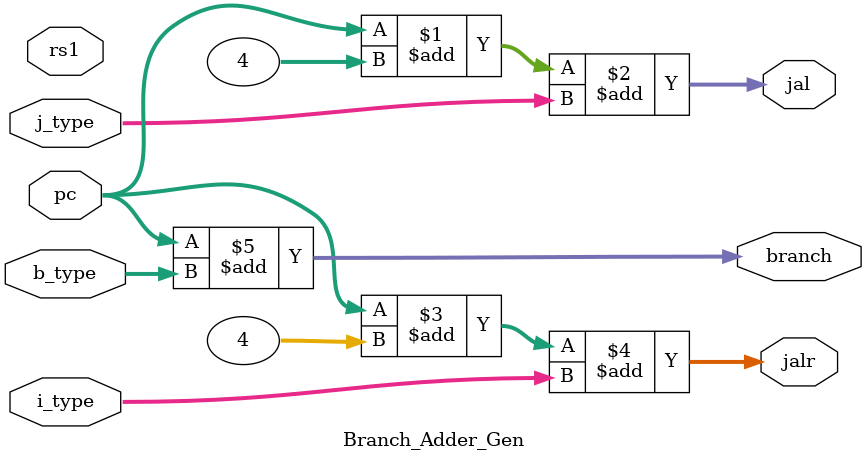
<source format=v>
`timescale 1ns / 1ps

module Branch_Adder_Gen(
    pc,
    j_type,
    b_type,
    i_type,
    rs1,
    jal,
    branch,
    jalr
    );
    
    parameter n = 32;
    
    input  [n-1:0] pc;
    input  [n-1:0] j_type;
    input  [n-1:0] b_type;
    input  [n-1:0] i_type;
    input  [n-1:0] rs1;
    output [n-1:0] jal;
    output [n-1:0] branch;
    output [n-1:0] jalr;
    
    assign jal    = {pc + 4 + j_type};
    assign jalr   = {pc + 4 + i_type};
    assign branch = {pc + b_type};
    
endmodule

</source>
